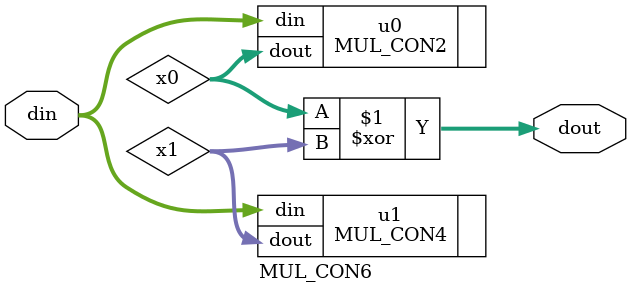
<source format=v>
module MUL_CON6(
input     [7:0]     din,  //data in, 8 bits
output    [7:0]     dout  //data out, 8 bits
);

wire [7:0] x0;//x0=2*din
wire [7:0] x1;//x1=4*din

MUL_CON2 u0(
    .din(din),
    .dout(x0)
);

MUL_CON4 u1(
    .din(din),
    .dout(x1)
);

assign dout = x0 ^ x1;
endmodule
</source>
